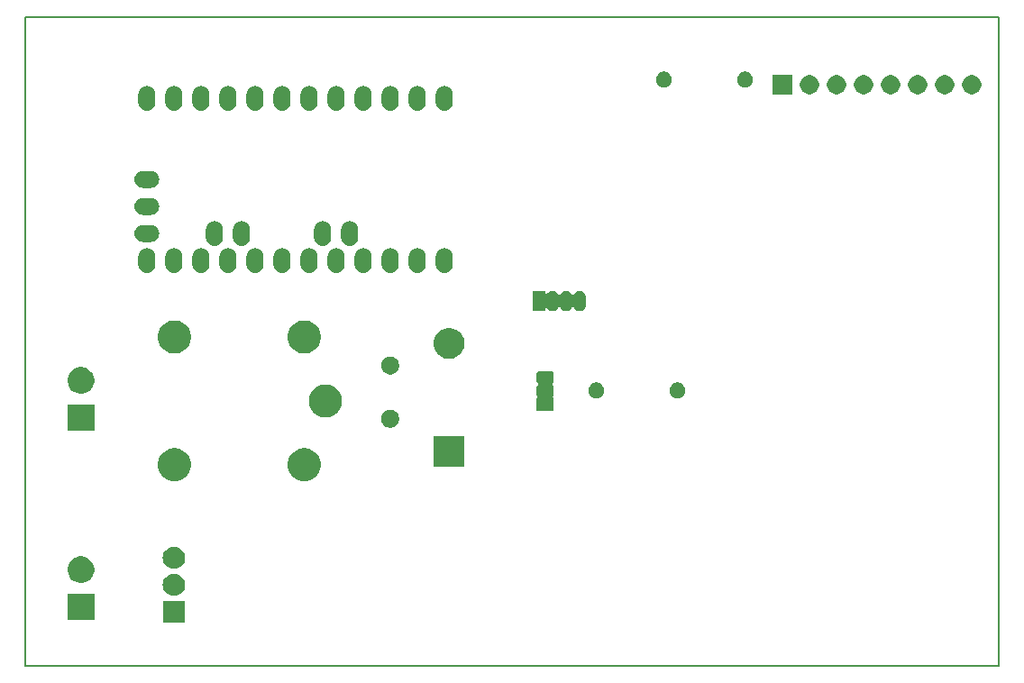
<source format=gbr>
G04 #@! TF.GenerationSoftware,KiCad,Pcbnew,(5.1.5)-3*
G04 #@! TF.CreationDate,2020-06-10T08:40:25+02:00*
G04 #@! TF.ProjectId,BOTLAND-2-KONTROLA-DOSTEPU,424f544c-414e-4442-9d32-2d4b4f4e5452,rev?*
G04 #@! TF.SameCoordinates,Original*
G04 #@! TF.FileFunction,Soldermask,Top*
G04 #@! TF.FilePolarity,Negative*
%FSLAX46Y46*%
G04 Gerber Fmt 4.6, Leading zero omitted, Abs format (unit mm)*
G04 Created by KiCad (PCBNEW (5.1.5)-3) date 2020-06-10 08:40:25*
%MOMM*%
%LPD*%
G04 APERTURE LIST*
%ADD10C,0.150000*%
%ADD11C,0.100000*%
G04 APERTURE END LIST*
D10*
X22860000Y-95250000D02*
X22860000Y-156210000D01*
X24130000Y-95250000D02*
X22860000Y-95250000D01*
X114300000Y-95250000D02*
X24130000Y-95250000D01*
X114300000Y-156210000D02*
X114300000Y-95250000D01*
X22860000Y-156210000D02*
X114300000Y-156210000D01*
D11*
G36*
X37881000Y-152133500D02*
G01*
X35779000Y-152133500D01*
X35779000Y-150126500D01*
X37881000Y-150126500D01*
X37881000Y-152133500D01*
G37*
G36*
X29353560Y-151908560D02*
G01*
X26851560Y-151908560D01*
X26851560Y-149406560D01*
X29353560Y-149406560D01*
X29353560Y-151908560D01*
G37*
G36*
X36975936Y-147591340D02*
G01*
X37074220Y-147601020D01*
X37263381Y-147658401D01*
X37437712Y-147751583D01*
X37590515Y-147876985D01*
X37715917Y-148029788D01*
X37809099Y-148204119D01*
X37866480Y-148393280D01*
X37885855Y-148590000D01*
X37866480Y-148786720D01*
X37809099Y-148975881D01*
X37715917Y-149150212D01*
X37590515Y-149303015D01*
X37437712Y-149428417D01*
X37263381Y-149521599D01*
X37074220Y-149578980D01*
X36975936Y-149588660D01*
X36926795Y-149593500D01*
X36733205Y-149593500D01*
X36684064Y-149588660D01*
X36585780Y-149578980D01*
X36396619Y-149521599D01*
X36222288Y-149428417D01*
X36069485Y-149303015D01*
X35944083Y-149150212D01*
X35850901Y-148975881D01*
X35793520Y-148786720D01*
X35774145Y-148590000D01*
X35793520Y-148393280D01*
X35850901Y-148204119D01*
X35944083Y-148029788D01*
X36069485Y-147876985D01*
X36222288Y-147751583D01*
X36396619Y-147658401D01*
X36585780Y-147601020D01*
X36684064Y-147591340D01*
X36733205Y-147586500D01*
X36926795Y-147586500D01*
X36975936Y-147591340D01*
G37*
G36*
X28467463Y-145954635D02*
G01*
X28695131Y-146048938D01*
X28900026Y-146185845D01*
X29074275Y-146360094D01*
X29211182Y-146564989D01*
X29305485Y-146792657D01*
X29353560Y-147034347D01*
X29353560Y-147280773D01*
X29305485Y-147522463D01*
X29211182Y-147750131D01*
X29074275Y-147955026D01*
X28900026Y-148129275D01*
X28695131Y-148266182D01*
X28695130Y-148266183D01*
X28695129Y-148266183D01*
X28467463Y-148360485D01*
X28225774Y-148408560D01*
X27979346Y-148408560D01*
X27737657Y-148360485D01*
X27509991Y-148266183D01*
X27509990Y-148266183D01*
X27509989Y-148266182D01*
X27305094Y-148129275D01*
X27130845Y-147955026D01*
X26993938Y-147750131D01*
X26899635Y-147522463D01*
X26851560Y-147280773D01*
X26851560Y-147034347D01*
X26899635Y-146792657D01*
X26993938Y-146564989D01*
X27130845Y-146360094D01*
X27305094Y-146185845D01*
X27509989Y-146048938D01*
X27737657Y-145954635D01*
X27979346Y-145906560D01*
X28225774Y-145906560D01*
X28467463Y-145954635D01*
G37*
G36*
X36975936Y-145051340D02*
G01*
X37074220Y-145061020D01*
X37263381Y-145118401D01*
X37437712Y-145211583D01*
X37590515Y-145336985D01*
X37715917Y-145489788D01*
X37809099Y-145664119D01*
X37866480Y-145853280D01*
X37885855Y-146050000D01*
X37866480Y-146246720D01*
X37809099Y-146435881D01*
X37715917Y-146610212D01*
X37590515Y-146763015D01*
X37437712Y-146888417D01*
X37263381Y-146981599D01*
X37074220Y-147038980D01*
X36975936Y-147048660D01*
X36926795Y-147053500D01*
X36733205Y-147053500D01*
X36684064Y-147048660D01*
X36585780Y-147038980D01*
X36396619Y-146981599D01*
X36222288Y-146888417D01*
X36069485Y-146763015D01*
X35944083Y-146610212D01*
X35850901Y-146435881D01*
X35793520Y-146246720D01*
X35774145Y-146050000D01*
X35793520Y-145853280D01*
X35850901Y-145664119D01*
X35944083Y-145489788D01*
X36069485Y-145336985D01*
X36222288Y-145211583D01*
X36396619Y-145118401D01*
X36585780Y-145061020D01*
X36684064Y-145051340D01*
X36733205Y-145046500D01*
X36926795Y-145046500D01*
X36975936Y-145051340D01*
G37*
G36*
X37161665Y-135786642D02*
G01*
X37311490Y-135816444D01*
X37593754Y-135933361D01*
X37847785Y-136103099D01*
X38063821Y-136319135D01*
X38233559Y-136573166D01*
X38350476Y-136855430D01*
X38410080Y-137155080D01*
X38410080Y-137460600D01*
X38350476Y-137760250D01*
X38233559Y-138042514D01*
X38063821Y-138296545D01*
X37847785Y-138512581D01*
X37593754Y-138682319D01*
X37311490Y-138799236D01*
X37161665Y-138829038D01*
X37011841Y-138858840D01*
X36706319Y-138858840D01*
X36556495Y-138829038D01*
X36406670Y-138799236D01*
X36124406Y-138682319D01*
X35870375Y-138512581D01*
X35654339Y-138296545D01*
X35484601Y-138042514D01*
X35367684Y-137760250D01*
X35308080Y-137460600D01*
X35308080Y-137155080D01*
X35367684Y-136855430D01*
X35484601Y-136573166D01*
X35654339Y-136319135D01*
X35870375Y-136103099D01*
X36124406Y-135933361D01*
X36406670Y-135816444D01*
X36556495Y-135786642D01*
X36706319Y-135756840D01*
X37011841Y-135756840D01*
X37161665Y-135786642D01*
G37*
G36*
X49361665Y-135786642D02*
G01*
X49511490Y-135816444D01*
X49793754Y-135933361D01*
X50047785Y-136103099D01*
X50263821Y-136319135D01*
X50433559Y-136573166D01*
X50550476Y-136855430D01*
X50610080Y-137155080D01*
X50610080Y-137460600D01*
X50550476Y-137760250D01*
X50433559Y-138042514D01*
X50263821Y-138296545D01*
X50047785Y-138512581D01*
X49793754Y-138682319D01*
X49511490Y-138799236D01*
X49361665Y-138829038D01*
X49211841Y-138858840D01*
X48906319Y-138858840D01*
X48756495Y-138829038D01*
X48606670Y-138799236D01*
X48324406Y-138682319D01*
X48070375Y-138512581D01*
X47854339Y-138296545D01*
X47684601Y-138042514D01*
X47567684Y-137760250D01*
X47508080Y-137460600D01*
X47508080Y-137155080D01*
X47567684Y-136855430D01*
X47684601Y-136573166D01*
X47854339Y-136319135D01*
X48070375Y-136103099D01*
X48324406Y-135933361D01*
X48606670Y-135816444D01*
X48756495Y-135786642D01*
X48906319Y-135756840D01*
X49211841Y-135756840D01*
X49361665Y-135786642D01*
G37*
G36*
X64128040Y-137518800D02*
G01*
X61226040Y-137518800D01*
X61226040Y-134616800D01*
X64128040Y-134616800D01*
X64128040Y-137518800D01*
G37*
G36*
X29353560Y-134128560D02*
G01*
X26851560Y-134128560D01*
X26851560Y-131626560D01*
X29353560Y-131626560D01*
X29353560Y-134128560D01*
G37*
G36*
X57388068Y-132155783D02*
G01*
X57542940Y-132219933D01*
X57682321Y-132313065D01*
X57800855Y-132431599D01*
X57893987Y-132570980D01*
X57958137Y-132725852D01*
X57990840Y-132890264D01*
X57990840Y-133057896D01*
X57958137Y-133222308D01*
X57893987Y-133377180D01*
X57800855Y-133516561D01*
X57682321Y-133635095D01*
X57542940Y-133728227D01*
X57388068Y-133792377D01*
X57223656Y-133825080D01*
X57056024Y-133825080D01*
X56891612Y-133792377D01*
X56736740Y-133728227D01*
X56597359Y-133635095D01*
X56478825Y-133516561D01*
X56385693Y-133377180D01*
X56321543Y-133222308D01*
X56288840Y-133057896D01*
X56288840Y-132890264D01*
X56321543Y-132725852D01*
X56385693Y-132570980D01*
X56478825Y-132431599D01*
X56597359Y-132313065D01*
X56736740Y-132219933D01*
X56891612Y-132155783D01*
X57056024Y-132123080D01*
X57223656Y-132123080D01*
X57388068Y-132155783D01*
G37*
G36*
X51337343Y-129781804D02*
G01*
X51511490Y-129816444D01*
X51793754Y-129933361D01*
X52047785Y-130103099D01*
X52263821Y-130319135D01*
X52433559Y-130573166D01*
X52550476Y-130855430D01*
X52610080Y-131155080D01*
X52610080Y-131460600D01*
X52550476Y-131760250D01*
X52433559Y-132042514D01*
X52263821Y-132296545D01*
X52047785Y-132512581D01*
X51793754Y-132682319D01*
X51511490Y-132799236D01*
X51361665Y-132829038D01*
X51211841Y-132858840D01*
X50906319Y-132858840D01*
X50756495Y-132829038D01*
X50606670Y-132799236D01*
X50324406Y-132682319D01*
X50070375Y-132512581D01*
X49854339Y-132296545D01*
X49684601Y-132042514D01*
X49567684Y-131760250D01*
X49508080Y-131460600D01*
X49508080Y-131155080D01*
X49567684Y-130855430D01*
X49684601Y-130573166D01*
X49854339Y-130319135D01*
X50070375Y-130103099D01*
X50324406Y-129933361D01*
X50606670Y-129816444D01*
X50780817Y-129781804D01*
X50906319Y-129756840D01*
X51211841Y-129756840D01*
X51337343Y-129781804D01*
G37*
G36*
X72328653Y-128516806D02*
G01*
X72370846Y-128529605D01*
X72409724Y-128550386D01*
X72443805Y-128578355D01*
X72471774Y-128612436D01*
X72492555Y-128651314D01*
X72505354Y-128693507D01*
X72510280Y-128743521D01*
X72510280Y-129432239D01*
X72505354Y-129482253D01*
X72492555Y-129524446D01*
X72471774Y-129563324D01*
X72443805Y-129597405D01*
X72408651Y-129626255D01*
X72391324Y-129643582D01*
X72377711Y-129663956D01*
X72368333Y-129686595D01*
X72363553Y-129710628D01*
X72363553Y-129735133D01*
X72368334Y-129759166D01*
X72377711Y-129781805D01*
X72391325Y-129802179D01*
X72408651Y-129819505D01*
X72443805Y-129848355D01*
X72471774Y-129882436D01*
X72492555Y-129921314D01*
X72505354Y-129963507D01*
X72510280Y-130013521D01*
X72510280Y-130702239D01*
X72505354Y-130752253D01*
X72492555Y-130794446D01*
X72471774Y-130833324D01*
X72460073Y-130847582D01*
X72446459Y-130867956D01*
X72437082Y-130890595D01*
X72432301Y-130914628D01*
X72432301Y-130939132D01*
X72437081Y-130963166D01*
X72446458Y-130985805D01*
X72460072Y-131006179D01*
X72477399Y-131023506D01*
X72497773Y-131037120D01*
X72510280Y-131042300D01*
X72510280Y-132203880D01*
X70908280Y-132203880D01*
X70908280Y-131042795D01*
X70909697Y-131042365D01*
X70931308Y-131030814D01*
X70950250Y-131015269D01*
X70965795Y-130996327D01*
X70977346Y-130974716D01*
X70984459Y-130951267D01*
X70986861Y-130926881D01*
X70984459Y-130902495D01*
X70977346Y-130879046D01*
X70965795Y-130857435D01*
X70958487Y-130847582D01*
X70946786Y-130833324D01*
X70926005Y-130794446D01*
X70913206Y-130752253D01*
X70908280Y-130702239D01*
X70908280Y-130013521D01*
X70913206Y-129963507D01*
X70926005Y-129921314D01*
X70946786Y-129882436D01*
X70974755Y-129848355D01*
X71009909Y-129819505D01*
X71027236Y-129802178D01*
X71040849Y-129781804D01*
X71050227Y-129759165D01*
X71055007Y-129735132D01*
X71055007Y-129710627D01*
X71050226Y-129686594D01*
X71040849Y-129663955D01*
X71027235Y-129643581D01*
X71009909Y-129626255D01*
X70974755Y-129597405D01*
X70946786Y-129563324D01*
X70926005Y-129524446D01*
X70913206Y-129482253D01*
X70908280Y-129432239D01*
X70908280Y-128743521D01*
X70913206Y-128693507D01*
X70926005Y-128651314D01*
X70946786Y-128612436D01*
X70974755Y-128578355D01*
X71008836Y-128550386D01*
X71047714Y-128529605D01*
X71089907Y-128516806D01*
X71139921Y-128511880D01*
X72278639Y-128511880D01*
X72328653Y-128516806D01*
G37*
G36*
X84333699Y-129600180D02*
G01*
X84438481Y-129643582D01*
X84470372Y-129656792D01*
X84593375Y-129738980D01*
X84697980Y-129843585D01*
X84780168Y-129966588D01*
X84836780Y-130103261D01*
X84865640Y-130248353D01*
X84865640Y-130396287D01*
X84836780Y-130541379D01*
X84780168Y-130678052D01*
X84697980Y-130801055D01*
X84593375Y-130905660D01*
X84470372Y-130987848D01*
X84470371Y-130987849D01*
X84470370Y-130987849D01*
X84333699Y-131044460D01*
X84188608Y-131073320D01*
X84040672Y-131073320D01*
X83895581Y-131044460D01*
X83758910Y-130987849D01*
X83758909Y-130987849D01*
X83758908Y-130987848D01*
X83635905Y-130905660D01*
X83531300Y-130801055D01*
X83449112Y-130678052D01*
X83392500Y-130541379D01*
X83363640Y-130396287D01*
X83363640Y-130248353D01*
X83392500Y-130103261D01*
X83449112Y-129966588D01*
X83531300Y-129843585D01*
X83635905Y-129738980D01*
X83758908Y-129656792D01*
X83790800Y-129643582D01*
X83895581Y-129600180D01*
X84040672Y-129571320D01*
X84188608Y-129571320D01*
X84333699Y-129600180D01*
G37*
G36*
X76713699Y-129600180D02*
G01*
X76818481Y-129643582D01*
X76850372Y-129656792D01*
X76973375Y-129738980D01*
X77077980Y-129843585D01*
X77160168Y-129966588D01*
X77216780Y-130103261D01*
X77245640Y-130248353D01*
X77245640Y-130396287D01*
X77216780Y-130541379D01*
X77160168Y-130678052D01*
X77077980Y-130801055D01*
X76973375Y-130905660D01*
X76850372Y-130987848D01*
X76850371Y-130987849D01*
X76850370Y-130987849D01*
X76713699Y-131044460D01*
X76568608Y-131073320D01*
X76420672Y-131073320D01*
X76275581Y-131044460D01*
X76138910Y-130987849D01*
X76138909Y-130987849D01*
X76138908Y-130987848D01*
X76015905Y-130905660D01*
X75911300Y-130801055D01*
X75829112Y-130678052D01*
X75772500Y-130541379D01*
X75743640Y-130396287D01*
X75743640Y-130248353D01*
X75772500Y-130103261D01*
X75829112Y-129966588D01*
X75911300Y-129843585D01*
X76015905Y-129738980D01*
X76138908Y-129656792D01*
X76170800Y-129643582D01*
X76275581Y-129600180D01*
X76420672Y-129571320D01*
X76568608Y-129571320D01*
X76713699Y-129600180D01*
G37*
G36*
X28467463Y-128174635D02*
G01*
X28582559Y-128222309D01*
X28695131Y-128268938D01*
X28900026Y-128405845D01*
X29074275Y-128580094D01*
X29173255Y-128728228D01*
X29211183Y-128784991D01*
X29305485Y-129012657D01*
X29353560Y-129254346D01*
X29353560Y-129500774D01*
X29305485Y-129742463D01*
X29236141Y-129909876D01*
X29211182Y-129970131D01*
X29074275Y-130175026D01*
X28900026Y-130349275D01*
X28695131Y-130486182D01*
X28695130Y-130486183D01*
X28695129Y-130486183D01*
X28467463Y-130580485D01*
X28225774Y-130628560D01*
X27979346Y-130628560D01*
X27737657Y-130580485D01*
X27509991Y-130486183D01*
X27509990Y-130486183D01*
X27509989Y-130486182D01*
X27305094Y-130349275D01*
X27130845Y-130175026D01*
X26993938Y-129970131D01*
X26968980Y-129909876D01*
X26899635Y-129742463D01*
X26851560Y-129500774D01*
X26851560Y-129254346D01*
X26899635Y-129012657D01*
X26993937Y-128784991D01*
X27031865Y-128728228D01*
X27130845Y-128580094D01*
X27305094Y-128405845D01*
X27509989Y-128268938D01*
X27622562Y-128222309D01*
X27737657Y-128174635D01*
X27979346Y-128126560D01*
X28225774Y-128126560D01*
X28467463Y-128174635D01*
G37*
G36*
X57388068Y-127155783D02*
G01*
X57542940Y-127219933D01*
X57682321Y-127313065D01*
X57800855Y-127431599D01*
X57893987Y-127570980D01*
X57958137Y-127725852D01*
X57990840Y-127890264D01*
X57990840Y-128057896D01*
X57958137Y-128222308D01*
X57893987Y-128377180D01*
X57800855Y-128516561D01*
X57682321Y-128635095D01*
X57542940Y-128728227D01*
X57388068Y-128792377D01*
X57223656Y-128825080D01*
X57056024Y-128825080D01*
X56891612Y-128792377D01*
X56736740Y-128728227D01*
X56597359Y-128635095D01*
X56478825Y-128516561D01*
X56385693Y-128377180D01*
X56321543Y-128222308D01*
X56288840Y-128057896D01*
X56288840Y-127890264D01*
X56321543Y-127725852D01*
X56385693Y-127570980D01*
X56478825Y-127431599D01*
X56597359Y-127313065D01*
X56736740Y-127219933D01*
X56891612Y-127155783D01*
X57056024Y-127123080D01*
X57223656Y-127123080D01*
X57388068Y-127155783D01*
G37*
G36*
X63100281Y-124512560D02*
G01*
X63364345Y-124621939D01*
X63601998Y-124780734D01*
X63804106Y-124982842D01*
X63962901Y-125220495D01*
X64072280Y-125484559D01*
X64128040Y-125764888D01*
X64128040Y-126050712D01*
X64072280Y-126331041D01*
X63962901Y-126595105D01*
X63804106Y-126832758D01*
X63601998Y-127034866D01*
X63364345Y-127193661D01*
X63100281Y-127303040D01*
X62819952Y-127358800D01*
X62534128Y-127358800D01*
X62253799Y-127303040D01*
X61989735Y-127193661D01*
X61752082Y-127034866D01*
X61549974Y-126832758D01*
X61391179Y-126595105D01*
X61281800Y-126331041D01*
X61226040Y-126050712D01*
X61226040Y-125764888D01*
X61281800Y-125484559D01*
X61391179Y-125220495D01*
X61549974Y-124982842D01*
X61752082Y-124780734D01*
X61989735Y-124621939D01*
X62253799Y-124512560D01*
X62534128Y-124456800D01*
X62819952Y-124456800D01*
X63100281Y-124512560D01*
G37*
G36*
X49361665Y-123786642D02*
G01*
X49511490Y-123816444D01*
X49793754Y-123933361D01*
X50047785Y-124103099D01*
X50263821Y-124319135D01*
X50433559Y-124573166D01*
X50550476Y-124855430D01*
X50610080Y-125155080D01*
X50610080Y-125460600D01*
X50550476Y-125760250D01*
X50433559Y-126042514D01*
X50263821Y-126296545D01*
X50047785Y-126512581D01*
X49793754Y-126682319D01*
X49511490Y-126799236D01*
X49361665Y-126829038D01*
X49211841Y-126858840D01*
X48906319Y-126858840D01*
X48756495Y-126829038D01*
X48606670Y-126799236D01*
X48324406Y-126682319D01*
X48070375Y-126512581D01*
X47854339Y-126296545D01*
X47684601Y-126042514D01*
X47567684Y-125760250D01*
X47508080Y-125460600D01*
X47508080Y-125155080D01*
X47567684Y-124855430D01*
X47684601Y-124573166D01*
X47854339Y-124319135D01*
X48070375Y-124103099D01*
X48324406Y-123933361D01*
X48606670Y-123816444D01*
X48756495Y-123786642D01*
X48906319Y-123756840D01*
X49211841Y-123756840D01*
X49361665Y-123786642D01*
G37*
G36*
X37161665Y-123786642D02*
G01*
X37311490Y-123816444D01*
X37593754Y-123933361D01*
X37847785Y-124103099D01*
X38063821Y-124319135D01*
X38233559Y-124573166D01*
X38350476Y-124855430D01*
X38410080Y-125155080D01*
X38410080Y-125460600D01*
X38350476Y-125760250D01*
X38233559Y-126042514D01*
X38063821Y-126296545D01*
X37847785Y-126512581D01*
X37593754Y-126682319D01*
X37311490Y-126799236D01*
X37161665Y-126829038D01*
X37011841Y-126858840D01*
X36706319Y-126858840D01*
X36556495Y-126829038D01*
X36406670Y-126799236D01*
X36124406Y-126682319D01*
X35870375Y-126512581D01*
X35654339Y-126296545D01*
X35484601Y-126042514D01*
X35367684Y-125760250D01*
X35308080Y-125460600D01*
X35308080Y-125155080D01*
X35367684Y-124855430D01*
X35484601Y-124573166D01*
X35654339Y-124319135D01*
X35870375Y-124103099D01*
X36124406Y-123933361D01*
X36406670Y-123816444D01*
X36556495Y-123786642D01*
X36706319Y-123756840D01*
X37011841Y-123756840D01*
X37161665Y-123786642D01*
G37*
G36*
X75044875Y-120977479D02*
G01*
X75118516Y-120999818D01*
X75155337Y-121010987D01*
X75257139Y-121065402D01*
X75314227Y-121112253D01*
X75346369Y-121138631D01*
X75419598Y-121227861D01*
X75419599Y-121227863D01*
X75474013Y-121329662D01*
X75474524Y-121331347D01*
X75507521Y-121440124D01*
X75516000Y-121526215D01*
X75516000Y-122313785D01*
X75507521Y-122399876D01*
X75485182Y-122473517D01*
X75474013Y-122510338D01*
X75419598Y-122612140D01*
X75346370Y-122701370D01*
X75257140Y-122774598D01*
X75155338Y-122829013D01*
X75118517Y-122840182D01*
X75044876Y-122862521D01*
X74930000Y-122873835D01*
X74815125Y-122862521D01*
X74741484Y-122840182D01*
X74704663Y-122829013D01*
X74602861Y-122774598D01*
X74513631Y-122701370D01*
X74440403Y-122612140D01*
X74405239Y-122546354D01*
X74391625Y-122525979D01*
X74374298Y-122508653D01*
X74353923Y-122495039D01*
X74331284Y-122485662D01*
X74307251Y-122480882D01*
X74282747Y-122480882D01*
X74258713Y-122485663D01*
X74236075Y-122495040D01*
X74215700Y-122508654D01*
X74198374Y-122525981D01*
X74184761Y-122546355D01*
X74149599Y-122612138D01*
X74076370Y-122701370D01*
X73987140Y-122774598D01*
X73885338Y-122829013D01*
X73848517Y-122840182D01*
X73774876Y-122862521D01*
X73660000Y-122873835D01*
X73545125Y-122862521D01*
X73471484Y-122840182D01*
X73434663Y-122829013D01*
X73332861Y-122774598D01*
X73243631Y-122701370D01*
X73170403Y-122612140D01*
X73135239Y-122546354D01*
X73121625Y-122525979D01*
X73104298Y-122508653D01*
X73083923Y-122495039D01*
X73061284Y-122485662D01*
X73037251Y-122480882D01*
X73012747Y-122480882D01*
X72988713Y-122485663D01*
X72966075Y-122495040D01*
X72945700Y-122508654D01*
X72928374Y-122525981D01*
X72914761Y-122546355D01*
X72879599Y-122612138D01*
X72806370Y-122701370D01*
X72717140Y-122774598D01*
X72615338Y-122829013D01*
X72578517Y-122840182D01*
X72504876Y-122862521D01*
X72390000Y-122873835D01*
X72275125Y-122862521D01*
X72201484Y-122840182D01*
X72164663Y-122829013D01*
X72062861Y-122774598D01*
X71973631Y-122701370D01*
X71927625Y-122645310D01*
X71910298Y-122627983D01*
X71889924Y-122614369D01*
X71867285Y-122604992D01*
X71843252Y-122600211D01*
X71818748Y-122600211D01*
X71794714Y-122604991D01*
X71772076Y-122614368D01*
X71751701Y-122627982D01*
X71734374Y-122645309D01*
X71720760Y-122665683D01*
X71711383Y-122688322D01*
X71706602Y-122712355D01*
X71706000Y-122724608D01*
X71706000Y-122871000D01*
X70534000Y-122871000D01*
X70534000Y-120969000D01*
X71706000Y-120969000D01*
X71706000Y-121115392D01*
X71708402Y-121139778D01*
X71715515Y-121163227D01*
X71727066Y-121184838D01*
X71742611Y-121203780D01*
X71761553Y-121219325D01*
X71783164Y-121230876D01*
X71806613Y-121237989D01*
X71830999Y-121240391D01*
X71855385Y-121237989D01*
X71878834Y-121230876D01*
X71900445Y-121219325D01*
X71919387Y-121203780D01*
X71927625Y-121194690D01*
X71973629Y-121138634D01*
X71973631Y-121138631D01*
X72062861Y-121065402D01*
X72074507Y-121059177D01*
X72164662Y-121010987D01*
X72201483Y-120999818D01*
X72275124Y-120977479D01*
X72390000Y-120966165D01*
X72504875Y-120977479D01*
X72578516Y-120999818D01*
X72615337Y-121010987D01*
X72717139Y-121065402D01*
X72774227Y-121112253D01*
X72806369Y-121138631D01*
X72879598Y-121227861D01*
X72879601Y-121227865D01*
X72914761Y-121293645D01*
X72928374Y-121314020D01*
X72945701Y-121331347D01*
X72966076Y-121344960D01*
X72988715Y-121354338D01*
X73012748Y-121359118D01*
X73037252Y-121359118D01*
X73061285Y-121354338D01*
X73083924Y-121344960D01*
X73104299Y-121331347D01*
X73121626Y-121314020D01*
X73135239Y-121293646D01*
X73170402Y-121227861D01*
X73243629Y-121138634D01*
X73243631Y-121138631D01*
X73332861Y-121065402D01*
X73344507Y-121059177D01*
X73434662Y-121010987D01*
X73471483Y-120999818D01*
X73545124Y-120977479D01*
X73660000Y-120966165D01*
X73774875Y-120977479D01*
X73848516Y-120999818D01*
X73885337Y-121010987D01*
X73987139Y-121065402D01*
X74044227Y-121112253D01*
X74076369Y-121138631D01*
X74149598Y-121227861D01*
X74149601Y-121227865D01*
X74184761Y-121293645D01*
X74198374Y-121314020D01*
X74215701Y-121331347D01*
X74236076Y-121344960D01*
X74258715Y-121354338D01*
X74282748Y-121359118D01*
X74307252Y-121359118D01*
X74331285Y-121354338D01*
X74353924Y-121344960D01*
X74374299Y-121331347D01*
X74391626Y-121314020D01*
X74405239Y-121293646D01*
X74440402Y-121227861D01*
X74513629Y-121138634D01*
X74513631Y-121138631D01*
X74602861Y-121065402D01*
X74614507Y-121059177D01*
X74704662Y-121010987D01*
X74741483Y-120999818D01*
X74815124Y-120977479D01*
X74930000Y-120966165D01*
X75044875Y-120977479D01*
G37*
G36*
X34447135Y-116970778D02*
G01*
X34598232Y-117016613D01*
X34737483Y-117091044D01*
X34859538Y-117191212D01*
X34959706Y-117313267D01*
X35034137Y-117452518D01*
X35079972Y-117603615D01*
X35091570Y-117721375D01*
X35091570Y-118498625D01*
X35079972Y-118616385D01*
X35034137Y-118767482D01*
X34959706Y-118906733D01*
X34859538Y-119028788D01*
X34737482Y-119128956D01*
X34598231Y-119203387D01*
X34447134Y-119249222D01*
X34290000Y-119264698D01*
X34132865Y-119249222D01*
X33981768Y-119203387D01*
X33842517Y-119128956D01*
X33720462Y-119028788D01*
X33620294Y-118906732D01*
X33545863Y-118767481D01*
X33500028Y-118616384D01*
X33488430Y-118498624D01*
X33488430Y-117721375D01*
X33500028Y-117603615D01*
X33500028Y-117603614D01*
X33545863Y-117452519D01*
X33620293Y-117313271D01*
X33620295Y-117313267D01*
X33720463Y-117191212D01*
X33842518Y-117091044D01*
X33981769Y-117016613D01*
X34132866Y-116970778D01*
X34290000Y-116955302D01*
X34447135Y-116970778D01*
G37*
G36*
X36987135Y-116970778D02*
G01*
X37138232Y-117016613D01*
X37277483Y-117091044D01*
X37399538Y-117191212D01*
X37499706Y-117313267D01*
X37574137Y-117452518D01*
X37619972Y-117603615D01*
X37631570Y-117721375D01*
X37631570Y-118498625D01*
X37619972Y-118616385D01*
X37574137Y-118767482D01*
X37499706Y-118906733D01*
X37399538Y-119028788D01*
X37277482Y-119128956D01*
X37138231Y-119203387D01*
X36987134Y-119249222D01*
X36830000Y-119264698D01*
X36672865Y-119249222D01*
X36521768Y-119203387D01*
X36382517Y-119128956D01*
X36260462Y-119028788D01*
X36160294Y-118906732D01*
X36085863Y-118767481D01*
X36040028Y-118616384D01*
X36028430Y-118498624D01*
X36028430Y-117721375D01*
X36040028Y-117603615D01*
X36040028Y-117603614D01*
X36085863Y-117452519D01*
X36160293Y-117313271D01*
X36160295Y-117313267D01*
X36260463Y-117191212D01*
X36382518Y-117091044D01*
X36521769Y-117016613D01*
X36672866Y-116970778D01*
X36830000Y-116955302D01*
X36987135Y-116970778D01*
G37*
G36*
X39527135Y-116970778D02*
G01*
X39678232Y-117016613D01*
X39817483Y-117091044D01*
X39939538Y-117191212D01*
X40039706Y-117313267D01*
X40114137Y-117452518D01*
X40159972Y-117603615D01*
X40171570Y-117721375D01*
X40171570Y-118498625D01*
X40159972Y-118616385D01*
X40114137Y-118767482D01*
X40039706Y-118906733D01*
X39939538Y-119028788D01*
X39817482Y-119128956D01*
X39678231Y-119203387D01*
X39527134Y-119249222D01*
X39370000Y-119264698D01*
X39212865Y-119249222D01*
X39061768Y-119203387D01*
X38922517Y-119128956D01*
X38800462Y-119028788D01*
X38700294Y-118906732D01*
X38625863Y-118767481D01*
X38580028Y-118616384D01*
X38568430Y-118498624D01*
X38568430Y-117721375D01*
X38580028Y-117603615D01*
X38580028Y-117603614D01*
X38625863Y-117452519D01*
X38700293Y-117313271D01*
X38700295Y-117313267D01*
X38800463Y-117191212D01*
X38922518Y-117091044D01*
X39061769Y-117016613D01*
X39212866Y-116970778D01*
X39370000Y-116955302D01*
X39527135Y-116970778D01*
G37*
G36*
X42067135Y-116970778D02*
G01*
X42218232Y-117016613D01*
X42357483Y-117091044D01*
X42479538Y-117191212D01*
X42579706Y-117313267D01*
X42654137Y-117452518D01*
X42699972Y-117603615D01*
X42711570Y-117721375D01*
X42711570Y-118498625D01*
X42699972Y-118616385D01*
X42654137Y-118767482D01*
X42579706Y-118906733D01*
X42479538Y-119028788D01*
X42357482Y-119128956D01*
X42218231Y-119203387D01*
X42067134Y-119249222D01*
X41910000Y-119264698D01*
X41752865Y-119249222D01*
X41601768Y-119203387D01*
X41462517Y-119128956D01*
X41340462Y-119028788D01*
X41240294Y-118906732D01*
X41165863Y-118767481D01*
X41120028Y-118616384D01*
X41108430Y-118498624D01*
X41108430Y-117721375D01*
X41120028Y-117603615D01*
X41120028Y-117603614D01*
X41165863Y-117452519D01*
X41240293Y-117313271D01*
X41240295Y-117313267D01*
X41340463Y-117191212D01*
X41462518Y-117091044D01*
X41601769Y-117016613D01*
X41752866Y-116970778D01*
X41910000Y-116955302D01*
X42067135Y-116970778D01*
G37*
G36*
X44607135Y-116970778D02*
G01*
X44758232Y-117016613D01*
X44897483Y-117091044D01*
X45019538Y-117191212D01*
X45119706Y-117313267D01*
X45194137Y-117452518D01*
X45239972Y-117603615D01*
X45251570Y-117721375D01*
X45251570Y-118498625D01*
X45239972Y-118616385D01*
X45194137Y-118767482D01*
X45119706Y-118906733D01*
X45019538Y-119028788D01*
X44897482Y-119128956D01*
X44758231Y-119203387D01*
X44607134Y-119249222D01*
X44450000Y-119264698D01*
X44292865Y-119249222D01*
X44141768Y-119203387D01*
X44002517Y-119128956D01*
X43880462Y-119028788D01*
X43780294Y-118906732D01*
X43705863Y-118767481D01*
X43660028Y-118616384D01*
X43648430Y-118498624D01*
X43648430Y-117721375D01*
X43660028Y-117603615D01*
X43660028Y-117603614D01*
X43705863Y-117452519D01*
X43780293Y-117313271D01*
X43780295Y-117313267D01*
X43880463Y-117191212D01*
X44002518Y-117091044D01*
X44141769Y-117016613D01*
X44292866Y-116970778D01*
X44450000Y-116955302D01*
X44607135Y-116970778D01*
G37*
G36*
X47147135Y-116970778D02*
G01*
X47298232Y-117016613D01*
X47437483Y-117091044D01*
X47559538Y-117191212D01*
X47659706Y-117313267D01*
X47734137Y-117452518D01*
X47779972Y-117603615D01*
X47791570Y-117721375D01*
X47791570Y-118498625D01*
X47779972Y-118616385D01*
X47734137Y-118767482D01*
X47659706Y-118906733D01*
X47559538Y-119028788D01*
X47437482Y-119128956D01*
X47298231Y-119203387D01*
X47147134Y-119249222D01*
X46990000Y-119264698D01*
X46832865Y-119249222D01*
X46681768Y-119203387D01*
X46542517Y-119128956D01*
X46420462Y-119028788D01*
X46320294Y-118906732D01*
X46245863Y-118767481D01*
X46200028Y-118616384D01*
X46188430Y-118498624D01*
X46188430Y-117721375D01*
X46200028Y-117603615D01*
X46200028Y-117603614D01*
X46245863Y-117452519D01*
X46320293Y-117313271D01*
X46320295Y-117313267D01*
X46420463Y-117191212D01*
X46542518Y-117091044D01*
X46681769Y-117016613D01*
X46832866Y-116970778D01*
X46990000Y-116955302D01*
X47147135Y-116970778D01*
G37*
G36*
X52227135Y-116970778D02*
G01*
X52378232Y-117016613D01*
X52517483Y-117091044D01*
X52639538Y-117191212D01*
X52739706Y-117313267D01*
X52814137Y-117452518D01*
X52859972Y-117603615D01*
X52871570Y-117721375D01*
X52871570Y-118498625D01*
X52859972Y-118616385D01*
X52814137Y-118767482D01*
X52739706Y-118906733D01*
X52639538Y-119028788D01*
X52517482Y-119128956D01*
X52378231Y-119203387D01*
X52227134Y-119249222D01*
X52070000Y-119264698D01*
X51912865Y-119249222D01*
X51761768Y-119203387D01*
X51622517Y-119128956D01*
X51500462Y-119028788D01*
X51400294Y-118906732D01*
X51325863Y-118767481D01*
X51280028Y-118616384D01*
X51268430Y-118498624D01*
X51268430Y-117721375D01*
X51280028Y-117603615D01*
X51280028Y-117603614D01*
X51325863Y-117452519D01*
X51400293Y-117313271D01*
X51400295Y-117313267D01*
X51500463Y-117191212D01*
X51622518Y-117091044D01*
X51761769Y-117016613D01*
X51912866Y-116970778D01*
X52070000Y-116955302D01*
X52227135Y-116970778D01*
G37*
G36*
X57307135Y-116970778D02*
G01*
X57458232Y-117016613D01*
X57597483Y-117091044D01*
X57719538Y-117191212D01*
X57819706Y-117313267D01*
X57894137Y-117452518D01*
X57939972Y-117603615D01*
X57951570Y-117721375D01*
X57951570Y-118498625D01*
X57939972Y-118616385D01*
X57894137Y-118767482D01*
X57819706Y-118906733D01*
X57719538Y-119028788D01*
X57597482Y-119128956D01*
X57458231Y-119203387D01*
X57307134Y-119249222D01*
X57150000Y-119264698D01*
X56992865Y-119249222D01*
X56841768Y-119203387D01*
X56702517Y-119128956D01*
X56580462Y-119028788D01*
X56480294Y-118906732D01*
X56405863Y-118767481D01*
X56360028Y-118616384D01*
X56348430Y-118498624D01*
X56348430Y-117721375D01*
X56360028Y-117603615D01*
X56360028Y-117603614D01*
X56405863Y-117452519D01*
X56480293Y-117313271D01*
X56480295Y-117313267D01*
X56580463Y-117191212D01*
X56702518Y-117091044D01*
X56841769Y-117016613D01*
X56992866Y-116970778D01*
X57150000Y-116955302D01*
X57307135Y-116970778D01*
G37*
G36*
X59847135Y-116970778D02*
G01*
X59998232Y-117016613D01*
X60137483Y-117091044D01*
X60259538Y-117191212D01*
X60359706Y-117313267D01*
X60434137Y-117452518D01*
X60479972Y-117603615D01*
X60491570Y-117721375D01*
X60491570Y-118498625D01*
X60479972Y-118616385D01*
X60434137Y-118767482D01*
X60359706Y-118906733D01*
X60259538Y-119028788D01*
X60137482Y-119128956D01*
X59998231Y-119203387D01*
X59847134Y-119249222D01*
X59690000Y-119264698D01*
X59532865Y-119249222D01*
X59381768Y-119203387D01*
X59242517Y-119128956D01*
X59120462Y-119028788D01*
X59020294Y-118906732D01*
X58945863Y-118767481D01*
X58900028Y-118616384D01*
X58888430Y-118498624D01*
X58888430Y-117721375D01*
X58900028Y-117603615D01*
X58900028Y-117603614D01*
X58945863Y-117452519D01*
X59020293Y-117313271D01*
X59020295Y-117313267D01*
X59120463Y-117191212D01*
X59242518Y-117091044D01*
X59381769Y-117016613D01*
X59532866Y-116970778D01*
X59690000Y-116955302D01*
X59847135Y-116970778D01*
G37*
G36*
X62387135Y-116970778D02*
G01*
X62538232Y-117016613D01*
X62677483Y-117091044D01*
X62799538Y-117191212D01*
X62899706Y-117313267D01*
X62974137Y-117452518D01*
X63019972Y-117603615D01*
X63031570Y-117721375D01*
X63031570Y-118498625D01*
X63019972Y-118616385D01*
X62974137Y-118767482D01*
X62899706Y-118906733D01*
X62799538Y-119028788D01*
X62677482Y-119128956D01*
X62538231Y-119203387D01*
X62387134Y-119249222D01*
X62230000Y-119264698D01*
X62072865Y-119249222D01*
X61921768Y-119203387D01*
X61782517Y-119128956D01*
X61660462Y-119028788D01*
X61560294Y-118906732D01*
X61485863Y-118767481D01*
X61440028Y-118616384D01*
X61428430Y-118498624D01*
X61428430Y-117721375D01*
X61440028Y-117603615D01*
X61440028Y-117603614D01*
X61485863Y-117452519D01*
X61560293Y-117313271D01*
X61560295Y-117313267D01*
X61660463Y-117191212D01*
X61782518Y-117091044D01*
X61921769Y-117016613D01*
X62072866Y-116970778D01*
X62230000Y-116955302D01*
X62387135Y-116970778D01*
G37*
G36*
X54767135Y-116970778D02*
G01*
X54918232Y-117016613D01*
X55057483Y-117091044D01*
X55179538Y-117191212D01*
X55279706Y-117313267D01*
X55354137Y-117452518D01*
X55399972Y-117603615D01*
X55411570Y-117721375D01*
X55411570Y-118498625D01*
X55399972Y-118616385D01*
X55354137Y-118767482D01*
X55279706Y-118906733D01*
X55179538Y-119028788D01*
X55057482Y-119128956D01*
X54918231Y-119203387D01*
X54767134Y-119249222D01*
X54610000Y-119264698D01*
X54452865Y-119249222D01*
X54301768Y-119203387D01*
X54162517Y-119128956D01*
X54040462Y-119028788D01*
X53940294Y-118906732D01*
X53865863Y-118767481D01*
X53820028Y-118616384D01*
X53808430Y-118498624D01*
X53808430Y-117721375D01*
X53820028Y-117603615D01*
X53820028Y-117603614D01*
X53865863Y-117452519D01*
X53940293Y-117313271D01*
X53940295Y-117313267D01*
X54040463Y-117191212D01*
X54162518Y-117091044D01*
X54301769Y-117016613D01*
X54452866Y-116970778D01*
X54610000Y-116955302D01*
X54767135Y-116970778D01*
G37*
G36*
X49687135Y-116970778D02*
G01*
X49838232Y-117016613D01*
X49977483Y-117091044D01*
X50099538Y-117191212D01*
X50199706Y-117313267D01*
X50274137Y-117452518D01*
X50319972Y-117603615D01*
X50331570Y-117721375D01*
X50331570Y-118498625D01*
X50319972Y-118616385D01*
X50274137Y-118767482D01*
X50199706Y-118906733D01*
X50099538Y-119028788D01*
X49977482Y-119128956D01*
X49838231Y-119203387D01*
X49687134Y-119249222D01*
X49530000Y-119264698D01*
X49372865Y-119249222D01*
X49221768Y-119203387D01*
X49082517Y-119128956D01*
X48960462Y-119028788D01*
X48860294Y-118906732D01*
X48785863Y-118767481D01*
X48740028Y-118616384D01*
X48728430Y-118498624D01*
X48728430Y-117721375D01*
X48740028Y-117603615D01*
X48740028Y-117603614D01*
X48785863Y-117452519D01*
X48860293Y-117313271D01*
X48860295Y-117313267D01*
X48960463Y-117191212D01*
X49082518Y-117091044D01*
X49221769Y-117016613D01*
X49372866Y-116970778D01*
X49530000Y-116955302D01*
X49687135Y-116970778D01*
G37*
G36*
X53497135Y-114430778D02*
G01*
X53648232Y-114476613D01*
X53787483Y-114551044D01*
X53909538Y-114651212D01*
X54009706Y-114773267D01*
X54084137Y-114912518D01*
X54129972Y-115063615D01*
X54141570Y-115181375D01*
X54141570Y-115958625D01*
X54129972Y-116076385D01*
X54084137Y-116227482D01*
X54009706Y-116366733D01*
X53909538Y-116488788D01*
X53787482Y-116588956D01*
X53648231Y-116663387D01*
X53497134Y-116709222D01*
X53340000Y-116724698D01*
X53182865Y-116709222D01*
X53031768Y-116663387D01*
X52892517Y-116588956D01*
X52770462Y-116488788D01*
X52670294Y-116366732D01*
X52595863Y-116227481D01*
X52550028Y-116076384D01*
X52538430Y-115958624D01*
X52538430Y-115181375D01*
X52550028Y-115063615D01*
X52569185Y-115000463D01*
X52595863Y-114912519D01*
X52670293Y-114773271D01*
X52670295Y-114773267D01*
X52770463Y-114651212D01*
X52892518Y-114551044D01*
X53031769Y-114476613D01*
X53182866Y-114430778D01*
X53340000Y-114415302D01*
X53497135Y-114430778D01*
G37*
G36*
X40797135Y-114430778D02*
G01*
X40948232Y-114476613D01*
X41087483Y-114551044D01*
X41209538Y-114651212D01*
X41309706Y-114773267D01*
X41384137Y-114912518D01*
X41429972Y-115063615D01*
X41441570Y-115181375D01*
X41441570Y-115958625D01*
X41429972Y-116076385D01*
X41384137Y-116227482D01*
X41309706Y-116366733D01*
X41209538Y-116488788D01*
X41087482Y-116588956D01*
X40948231Y-116663387D01*
X40797134Y-116709222D01*
X40640000Y-116724698D01*
X40482865Y-116709222D01*
X40331768Y-116663387D01*
X40192517Y-116588956D01*
X40070462Y-116488788D01*
X39970294Y-116366732D01*
X39895863Y-116227481D01*
X39850028Y-116076384D01*
X39838430Y-115958624D01*
X39838430Y-115181375D01*
X39850028Y-115063615D01*
X39869185Y-115000463D01*
X39895863Y-114912519D01*
X39970293Y-114773271D01*
X39970295Y-114773267D01*
X40070463Y-114651212D01*
X40192518Y-114551044D01*
X40331769Y-114476613D01*
X40482866Y-114430778D01*
X40640000Y-114415302D01*
X40797135Y-114430778D01*
G37*
G36*
X43337135Y-114430778D02*
G01*
X43488232Y-114476613D01*
X43627483Y-114551044D01*
X43749538Y-114651212D01*
X43849706Y-114773267D01*
X43924137Y-114912518D01*
X43969972Y-115063615D01*
X43981570Y-115181375D01*
X43981570Y-115958625D01*
X43969972Y-116076385D01*
X43924137Y-116227482D01*
X43849706Y-116366733D01*
X43749538Y-116488788D01*
X43627482Y-116588956D01*
X43488231Y-116663387D01*
X43337134Y-116709222D01*
X43180000Y-116724698D01*
X43022865Y-116709222D01*
X42871768Y-116663387D01*
X42732517Y-116588956D01*
X42610462Y-116488788D01*
X42510294Y-116366732D01*
X42435863Y-116227481D01*
X42390028Y-116076384D01*
X42378430Y-115958624D01*
X42378430Y-115181375D01*
X42390028Y-115063615D01*
X42409185Y-115000463D01*
X42435863Y-114912519D01*
X42510293Y-114773271D01*
X42510295Y-114773267D01*
X42610463Y-114651212D01*
X42732518Y-114551044D01*
X42871769Y-114476613D01*
X43022866Y-114430778D01*
X43180000Y-114415302D01*
X43337135Y-114430778D01*
G37*
G36*
X50957135Y-114430778D02*
G01*
X51108232Y-114476613D01*
X51247483Y-114551044D01*
X51369538Y-114651212D01*
X51469706Y-114773267D01*
X51544137Y-114912518D01*
X51589972Y-115063615D01*
X51601570Y-115181375D01*
X51601570Y-115958625D01*
X51589972Y-116076385D01*
X51544137Y-116227482D01*
X51469706Y-116366733D01*
X51369538Y-116488788D01*
X51247482Y-116588956D01*
X51108231Y-116663387D01*
X50957134Y-116709222D01*
X50800000Y-116724698D01*
X50642865Y-116709222D01*
X50491768Y-116663387D01*
X50352517Y-116588956D01*
X50230462Y-116488788D01*
X50130294Y-116366732D01*
X50055863Y-116227481D01*
X50010028Y-116076384D01*
X49998430Y-115958624D01*
X49998430Y-115181375D01*
X50010028Y-115063615D01*
X50029185Y-115000463D01*
X50055863Y-114912519D01*
X50130293Y-114773271D01*
X50130295Y-114773267D01*
X50230463Y-114651212D01*
X50352518Y-114551044D01*
X50491769Y-114476613D01*
X50642866Y-114430778D01*
X50800000Y-114415302D01*
X50957135Y-114430778D01*
G37*
G36*
X34717878Y-114772296D02*
G01*
X34796385Y-114780028D01*
X34947482Y-114825863D01*
X35086733Y-114900294D01*
X35208788Y-115000462D01*
X35308956Y-115122517D01*
X35383387Y-115261768D01*
X35429222Y-115412865D01*
X35444698Y-115570000D01*
X35429222Y-115727135D01*
X35383387Y-115878232D01*
X35308956Y-116017483D01*
X35208788Y-116139538D01*
X35086733Y-116239706D01*
X34947482Y-116314137D01*
X34796385Y-116359972D01*
X34727737Y-116366733D01*
X34678626Y-116371570D01*
X33901374Y-116371570D01*
X33852263Y-116366733D01*
X33783615Y-116359972D01*
X33632518Y-116314137D01*
X33493267Y-116239706D01*
X33371212Y-116139538D01*
X33271044Y-116017483D01*
X33196613Y-115878232D01*
X33150778Y-115727135D01*
X33135302Y-115570000D01*
X33150778Y-115412865D01*
X33196613Y-115261768D01*
X33271044Y-115122517D01*
X33371212Y-115000462D01*
X33493267Y-114900294D01*
X33632518Y-114825863D01*
X33783615Y-114780028D01*
X33862122Y-114772296D01*
X33901374Y-114768430D01*
X34678626Y-114768430D01*
X34717878Y-114772296D01*
G37*
G36*
X34717878Y-112232296D02*
G01*
X34796385Y-112240028D01*
X34947482Y-112285863D01*
X35086733Y-112360294D01*
X35208788Y-112460462D01*
X35308956Y-112582517D01*
X35383387Y-112721768D01*
X35429222Y-112872865D01*
X35444698Y-113030000D01*
X35429222Y-113187135D01*
X35383387Y-113338232D01*
X35308956Y-113477483D01*
X35208788Y-113599538D01*
X35086733Y-113699706D01*
X34947482Y-113774137D01*
X34796385Y-113819972D01*
X34717878Y-113827704D01*
X34678626Y-113831570D01*
X33901374Y-113831570D01*
X33862122Y-113827704D01*
X33783615Y-113819972D01*
X33632518Y-113774137D01*
X33493267Y-113699706D01*
X33371212Y-113599538D01*
X33271044Y-113477483D01*
X33196613Y-113338232D01*
X33150778Y-113187135D01*
X33135302Y-113030000D01*
X33150778Y-112872865D01*
X33196613Y-112721768D01*
X33271044Y-112582517D01*
X33371212Y-112460462D01*
X33493267Y-112360294D01*
X33632518Y-112285863D01*
X33783615Y-112240028D01*
X33862122Y-112232296D01*
X33901374Y-112228430D01*
X34678626Y-112228430D01*
X34717878Y-112232296D01*
G37*
G36*
X34717878Y-109692296D02*
G01*
X34796385Y-109700028D01*
X34947482Y-109745863D01*
X35086733Y-109820294D01*
X35208788Y-109920462D01*
X35308956Y-110042517D01*
X35383387Y-110181768D01*
X35429222Y-110332865D01*
X35444698Y-110490000D01*
X35429222Y-110647135D01*
X35383387Y-110798232D01*
X35308956Y-110937483D01*
X35208788Y-111059538D01*
X35086733Y-111159706D01*
X34947482Y-111234137D01*
X34796385Y-111279972D01*
X34717878Y-111287704D01*
X34678626Y-111291570D01*
X33901374Y-111291570D01*
X33862122Y-111287704D01*
X33783615Y-111279972D01*
X33632518Y-111234137D01*
X33493267Y-111159706D01*
X33371212Y-111059538D01*
X33271044Y-110937483D01*
X33196613Y-110798232D01*
X33150778Y-110647135D01*
X33135302Y-110490000D01*
X33150778Y-110332865D01*
X33196613Y-110181768D01*
X33271044Y-110042517D01*
X33371212Y-109920462D01*
X33493267Y-109820294D01*
X33632518Y-109745863D01*
X33783615Y-109700028D01*
X33862122Y-109692296D01*
X33901374Y-109688430D01*
X34678626Y-109688430D01*
X34717878Y-109692296D01*
G37*
G36*
X52227135Y-101730778D02*
G01*
X52378232Y-101776613D01*
X52378234Y-101776614D01*
X52424649Y-101801423D01*
X52517483Y-101851044D01*
X52639538Y-101951212D01*
X52739706Y-102073267D01*
X52814137Y-102212518D01*
X52859972Y-102363615D01*
X52871570Y-102481375D01*
X52871570Y-103258625D01*
X52859972Y-103376385D01*
X52814137Y-103527482D01*
X52739706Y-103666733D01*
X52639538Y-103788788D01*
X52517482Y-103888956D01*
X52378231Y-103963387D01*
X52227134Y-104009222D01*
X52070000Y-104024698D01*
X51912865Y-104009222D01*
X51761768Y-103963387D01*
X51622517Y-103888956D01*
X51500462Y-103788788D01*
X51400294Y-103666732D01*
X51325863Y-103527481D01*
X51280028Y-103376384D01*
X51268430Y-103258624D01*
X51268430Y-102481375D01*
X51269907Y-102466375D01*
X51280028Y-102363614D01*
X51325863Y-102212519D01*
X51400293Y-102073271D01*
X51400295Y-102073267D01*
X51500463Y-101951212D01*
X51622518Y-101851044D01*
X51715352Y-101801423D01*
X51761767Y-101776614D01*
X51761769Y-101776613D01*
X51912866Y-101730778D01*
X52070000Y-101715302D01*
X52227135Y-101730778D01*
G37*
G36*
X34447135Y-101730778D02*
G01*
X34598232Y-101776613D01*
X34598234Y-101776614D01*
X34644649Y-101801423D01*
X34737483Y-101851044D01*
X34859538Y-101951212D01*
X34959706Y-102073267D01*
X35034137Y-102212518D01*
X35079972Y-102363615D01*
X35091570Y-102481375D01*
X35091570Y-103258625D01*
X35079972Y-103376385D01*
X35034137Y-103527482D01*
X34959706Y-103666733D01*
X34859538Y-103788788D01*
X34737482Y-103888956D01*
X34598231Y-103963387D01*
X34447134Y-104009222D01*
X34290000Y-104024698D01*
X34132865Y-104009222D01*
X33981768Y-103963387D01*
X33842517Y-103888956D01*
X33720462Y-103788788D01*
X33620294Y-103666732D01*
X33545863Y-103527481D01*
X33500028Y-103376384D01*
X33488430Y-103258624D01*
X33488430Y-102481375D01*
X33489907Y-102466375D01*
X33500028Y-102363614D01*
X33545863Y-102212519D01*
X33620293Y-102073271D01*
X33620295Y-102073267D01*
X33720463Y-101951212D01*
X33842518Y-101851044D01*
X33935352Y-101801423D01*
X33981767Y-101776614D01*
X33981769Y-101776613D01*
X34132866Y-101730778D01*
X34290000Y-101715302D01*
X34447135Y-101730778D01*
G37*
G36*
X36987135Y-101730778D02*
G01*
X37138232Y-101776613D01*
X37138234Y-101776614D01*
X37184649Y-101801423D01*
X37277483Y-101851044D01*
X37399538Y-101951212D01*
X37499706Y-102073267D01*
X37574137Y-102212518D01*
X37619972Y-102363615D01*
X37631570Y-102481375D01*
X37631570Y-103258625D01*
X37619972Y-103376385D01*
X37574137Y-103527482D01*
X37499706Y-103666733D01*
X37399538Y-103788788D01*
X37277482Y-103888956D01*
X37138231Y-103963387D01*
X36987134Y-104009222D01*
X36830000Y-104024698D01*
X36672865Y-104009222D01*
X36521768Y-103963387D01*
X36382517Y-103888956D01*
X36260462Y-103788788D01*
X36160294Y-103666732D01*
X36085863Y-103527481D01*
X36040028Y-103376384D01*
X36028430Y-103258624D01*
X36028430Y-102481375D01*
X36029907Y-102466375D01*
X36040028Y-102363614D01*
X36085863Y-102212519D01*
X36160293Y-102073271D01*
X36160295Y-102073267D01*
X36260463Y-101951212D01*
X36382518Y-101851044D01*
X36475352Y-101801423D01*
X36521767Y-101776614D01*
X36521769Y-101776613D01*
X36672866Y-101730778D01*
X36830000Y-101715302D01*
X36987135Y-101730778D01*
G37*
G36*
X39527135Y-101730778D02*
G01*
X39678232Y-101776613D01*
X39678234Y-101776614D01*
X39724649Y-101801423D01*
X39817483Y-101851044D01*
X39939538Y-101951212D01*
X40039706Y-102073267D01*
X40114137Y-102212518D01*
X40159972Y-102363615D01*
X40171570Y-102481375D01*
X40171570Y-103258625D01*
X40159972Y-103376385D01*
X40114137Y-103527482D01*
X40039706Y-103666733D01*
X39939538Y-103788788D01*
X39817482Y-103888956D01*
X39678231Y-103963387D01*
X39527134Y-104009222D01*
X39370000Y-104024698D01*
X39212865Y-104009222D01*
X39061768Y-103963387D01*
X38922517Y-103888956D01*
X38800462Y-103788788D01*
X38700294Y-103666732D01*
X38625863Y-103527481D01*
X38580028Y-103376384D01*
X38568430Y-103258624D01*
X38568430Y-102481375D01*
X38569907Y-102466375D01*
X38580028Y-102363614D01*
X38625863Y-102212519D01*
X38700293Y-102073271D01*
X38700295Y-102073267D01*
X38800463Y-101951212D01*
X38922518Y-101851044D01*
X39015352Y-101801423D01*
X39061767Y-101776614D01*
X39061769Y-101776613D01*
X39212866Y-101730778D01*
X39370000Y-101715302D01*
X39527135Y-101730778D01*
G37*
G36*
X42067135Y-101730778D02*
G01*
X42218232Y-101776613D01*
X42218234Y-101776614D01*
X42264649Y-101801423D01*
X42357483Y-101851044D01*
X42479538Y-101951212D01*
X42579706Y-102073267D01*
X42654137Y-102212518D01*
X42699972Y-102363615D01*
X42711570Y-102481375D01*
X42711570Y-103258625D01*
X42699972Y-103376385D01*
X42654137Y-103527482D01*
X42579706Y-103666733D01*
X42479538Y-103788788D01*
X42357482Y-103888956D01*
X42218231Y-103963387D01*
X42067134Y-104009222D01*
X41910000Y-104024698D01*
X41752865Y-104009222D01*
X41601768Y-103963387D01*
X41462517Y-103888956D01*
X41340462Y-103788788D01*
X41240294Y-103666732D01*
X41165863Y-103527481D01*
X41120028Y-103376384D01*
X41108430Y-103258624D01*
X41108430Y-102481375D01*
X41109907Y-102466375D01*
X41120028Y-102363614D01*
X41165863Y-102212519D01*
X41240293Y-102073271D01*
X41240295Y-102073267D01*
X41340463Y-101951212D01*
X41462518Y-101851044D01*
X41555352Y-101801423D01*
X41601767Y-101776614D01*
X41601769Y-101776613D01*
X41752866Y-101730778D01*
X41910000Y-101715302D01*
X42067135Y-101730778D01*
G37*
G36*
X44607135Y-101730778D02*
G01*
X44758232Y-101776613D01*
X44758234Y-101776614D01*
X44804649Y-101801423D01*
X44897483Y-101851044D01*
X45019538Y-101951212D01*
X45119706Y-102073267D01*
X45194137Y-102212518D01*
X45239972Y-102363615D01*
X45251570Y-102481375D01*
X45251570Y-103258625D01*
X45239972Y-103376385D01*
X45194137Y-103527482D01*
X45119706Y-103666733D01*
X45019538Y-103788788D01*
X44897482Y-103888956D01*
X44758231Y-103963387D01*
X44607134Y-104009222D01*
X44450000Y-104024698D01*
X44292865Y-104009222D01*
X44141768Y-103963387D01*
X44002517Y-103888956D01*
X43880462Y-103788788D01*
X43780294Y-103666732D01*
X43705863Y-103527481D01*
X43660028Y-103376384D01*
X43648430Y-103258624D01*
X43648430Y-102481375D01*
X43649907Y-102466375D01*
X43660028Y-102363614D01*
X43705863Y-102212519D01*
X43780293Y-102073271D01*
X43780295Y-102073267D01*
X43880463Y-101951212D01*
X44002518Y-101851044D01*
X44095352Y-101801423D01*
X44141767Y-101776614D01*
X44141769Y-101776613D01*
X44292866Y-101730778D01*
X44450000Y-101715302D01*
X44607135Y-101730778D01*
G37*
G36*
X47147135Y-101730778D02*
G01*
X47298232Y-101776613D01*
X47298234Y-101776614D01*
X47344649Y-101801423D01*
X47437483Y-101851044D01*
X47559538Y-101951212D01*
X47659706Y-102073267D01*
X47734137Y-102212518D01*
X47779972Y-102363615D01*
X47791570Y-102481375D01*
X47791570Y-103258625D01*
X47779972Y-103376385D01*
X47734137Y-103527482D01*
X47659706Y-103666733D01*
X47559538Y-103788788D01*
X47437482Y-103888956D01*
X47298231Y-103963387D01*
X47147134Y-104009222D01*
X46990000Y-104024698D01*
X46832865Y-104009222D01*
X46681768Y-103963387D01*
X46542517Y-103888956D01*
X46420462Y-103788788D01*
X46320294Y-103666732D01*
X46245863Y-103527481D01*
X46200028Y-103376384D01*
X46188430Y-103258624D01*
X46188430Y-102481375D01*
X46189907Y-102466375D01*
X46200028Y-102363614D01*
X46245863Y-102212519D01*
X46320293Y-102073271D01*
X46320295Y-102073267D01*
X46420463Y-101951212D01*
X46542518Y-101851044D01*
X46635352Y-101801423D01*
X46681767Y-101776614D01*
X46681769Y-101776613D01*
X46832866Y-101730778D01*
X46990000Y-101715302D01*
X47147135Y-101730778D01*
G37*
G36*
X49687135Y-101730778D02*
G01*
X49838232Y-101776613D01*
X49838234Y-101776614D01*
X49884649Y-101801423D01*
X49977483Y-101851044D01*
X50099538Y-101951212D01*
X50199706Y-102073267D01*
X50274137Y-102212518D01*
X50319972Y-102363615D01*
X50331570Y-102481375D01*
X50331570Y-103258625D01*
X50319972Y-103376385D01*
X50274137Y-103527482D01*
X50199706Y-103666733D01*
X50099538Y-103788788D01*
X49977482Y-103888956D01*
X49838231Y-103963387D01*
X49687134Y-104009222D01*
X49530000Y-104024698D01*
X49372865Y-104009222D01*
X49221768Y-103963387D01*
X49082517Y-103888956D01*
X48960462Y-103788788D01*
X48860294Y-103666732D01*
X48785863Y-103527481D01*
X48740028Y-103376384D01*
X48728430Y-103258624D01*
X48728430Y-102481375D01*
X48729907Y-102466375D01*
X48740028Y-102363614D01*
X48785863Y-102212519D01*
X48860293Y-102073271D01*
X48860295Y-102073267D01*
X48960463Y-101951212D01*
X49082518Y-101851044D01*
X49175352Y-101801423D01*
X49221767Y-101776614D01*
X49221769Y-101776613D01*
X49372866Y-101730778D01*
X49530000Y-101715302D01*
X49687135Y-101730778D01*
G37*
G36*
X54767135Y-101730778D02*
G01*
X54918232Y-101776613D01*
X54918234Y-101776614D01*
X54964649Y-101801423D01*
X55057483Y-101851044D01*
X55179538Y-101951212D01*
X55279706Y-102073267D01*
X55354137Y-102212518D01*
X55399972Y-102363615D01*
X55411570Y-102481375D01*
X55411570Y-103258625D01*
X55399972Y-103376385D01*
X55354137Y-103527482D01*
X55279706Y-103666733D01*
X55179538Y-103788788D01*
X55057482Y-103888956D01*
X54918231Y-103963387D01*
X54767134Y-104009222D01*
X54610000Y-104024698D01*
X54452865Y-104009222D01*
X54301768Y-103963387D01*
X54162517Y-103888956D01*
X54040462Y-103788788D01*
X53940294Y-103666732D01*
X53865863Y-103527481D01*
X53820028Y-103376384D01*
X53808430Y-103258624D01*
X53808430Y-102481375D01*
X53809907Y-102466375D01*
X53820028Y-102363614D01*
X53865863Y-102212519D01*
X53940293Y-102073271D01*
X53940295Y-102073267D01*
X54040463Y-101951212D01*
X54162518Y-101851044D01*
X54255352Y-101801423D01*
X54301767Y-101776614D01*
X54301769Y-101776613D01*
X54452866Y-101730778D01*
X54610000Y-101715302D01*
X54767135Y-101730778D01*
G37*
G36*
X62387135Y-101730778D02*
G01*
X62538232Y-101776613D01*
X62538234Y-101776614D01*
X62584649Y-101801423D01*
X62677483Y-101851044D01*
X62799538Y-101951212D01*
X62899706Y-102073267D01*
X62974137Y-102212518D01*
X63019972Y-102363615D01*
X63031570Y-102481375D01*
X63031570Y-103258625D01*
X63019972Y-103376385D01*
X62974137Y-103527482D01*
X62899706Y-103666733D01*
X62799538Y-103788788D01*
X62677482Y-103888956D01*
X62538231Y-103963387D01*
X62387134Y-104009222D01*
X62230000Y-104024698D01*
X62072865Y-104009222D01*
X61921768Y-103963387D01*
X61782517Y-103888956D01*
X61660462Y-103788788D01*
X61560294Y-103666732D01*
X61485863Y-103527481D01*
X61440028Y-103376384D01*
X61428430Y-103258624D01*
X61428430Y-102481375D01*
X61429907Y-102466375D01*
X61440028Y-102363614D01*
X61485863Y-102212519D01*
X61560293Y-102073271D01*
X61560295Y-102073267D01*
X61660463Y-101951212D01*
X61782518Y-101851044D01*
X61875352Y-101801423D01*
X61921767Y-101776614D01*
X61921769Y-101776613D01*
X62072866Y-101730778D01*
X62230000Y-101715302D01*
X62387135Y-101730778D01*
G37*
G36*
X59847135Y-101730778D02*
G01*
X59998232Y-101776613D01*
X59998234Y-101776614D01*
X60044649Y-101801423D01*
X60137483Y-101851044D01*
X60259538Y-101951212D01*
X60359706Y-102073267D01*
X60434137Y-102212518D01*
X60479972Y-102363615D01*
X60491570Y-102481375D01*
X60491570Y-103258625D01*
X60479972Y-103376385D01*
X60434137Y-103527482D01*
X60359706Y-103666733D01*
X60259538Y-103788788D01*
X60137482Y-103888956D01*
X59998231Y-103963387D01*
X59847134Y-104009222D01*
X59690000Y-104024698D01*
X59532865Y-104009222D01*
X59381768Y-103963387D01*
X59242517Y-103888956D01*
X59120462Y-103788788D01*
X59020294Y-103666732D01*
X58945863Y-103527481D01*
X58900028Y-103376384D01*
X58888430Y-103258624D01*
X58888430Y-102481375D01*
X58889907Y-102466375D01*
X58900028Y-102363614D01*
X58945863Y-102212519D01*
X59020293Y-102073271D01*
X59020295Y-102073267D01*
X59120463Y-101951212D01*
X59242518Y-101851044D01*
X59335352Y-101801423D01*
X59381767Y-101776614D01*
X59381769Y-101776613D01*
X59532866Y-101730778D01*
X59690000Y-101715302D01*
X59847135Y-101730778D01*
G37*
G36*
X57307135Y-101730778D02*
G01*
X57458232Y-101776613D01*
X57458234Y-101776614D01*
X57504649Y-101801423D01*
X57597483Y-101851044D01*
X57719538Y-101951212D01*
X57819706Y-102073267D01*
X57894137Y-102212518D01*
X57939972Y-102363615D01*
X57951570Y-102481375D01*
X57951570Y-103258625D01*
X57939972Y-103376385D01*
X57894137Y-103527482D01*
X57819706Y-103666733D01*
X57719538Y-103788788D01*
X57597482Y-103888956D01*
X57458231Y-103963387D01*
X57307134Y-104009222D01*
X57150000Y-104024698D01*
X56992865Y-104009222D01*
X56841768Y-103963387D01*
X56702517Y-103888956D01*
X56580462Y-103788788D01*
X56480294Y-103666732D01*
X56405863Y-103527481D01*
X56360028Y-103376384D01*
X56348430Y-103258624D01*
X56348430Y-102481375D01*
X56349907Y-102466375D01*
X56360028Y-102363614D01*
X56405863Y-102212519D01*
X56480293Y-102073271D01*
X56480295Y-102073267D01*
X56580463Y-101951212D01*
X56702518Y-101851044D01*
X56795352Y-101801423D01*
X56841767Y-101776614D01*
X56841769Y-101776613D01*
X56992866Y-101730778D01*
X57150000Y-101715302D01*
X57307135Y-101730778D01*
G37*
G36*
X96633512Y-100703927D02*
G01*
X96782812Y-100733624D01*
X96946784Y-100801544D01*
X97094354Y-100900147D01*
X97219853Y-101025646D01*
X97318456Y-101173216D01*
X97386376Y-101337188D01*
X97421000Y-101511259D01*
X97421000Y-101688741D01*
X97386376Y-101862812D01*
X97318456Y-102026784D01*
X97219853Y-102174354D01*
X97094354Y-102299853D01*
X96946784Y-102398456D01*
X96782812Y-102466376D01*
X96633512Y-102496073D01*
X96608742Y-102501000D01*
X96431258Y-102501000D01*
X96406488Y-102496073D01*
X96257188Y-102466376D01*
X96093216Y-102398456D01*
X95945646Y-102299853D01*
X95820147Y-102174354D01*
X95721544Y-102026784D01*
X95653624Y-101862812D01*
X95619000Y-101688741D01*
X95619000Y-101511259D01*
X95653624Y-101337188D01*
X95721544Y-101173216D01*
X95820147Y-101025646D01*
X95945646Y-100900147D01*
X96093216Y-100801544D01*
X96257188Y-100733624D01*
X96406488Y-100703927D01*
X96431258Y-100699000D01*
X96608742Y-100699000D01*
X96633512Y-100703927D01*
G37*
G36*
X99173512Y-100703927D02*
G01*
X99322812Y-100733624D01*
X99486784Y-100801544D01*
X99634354Y-100900147D01*
X99759853Y-101025646D01*
X99858456Y-101173216D01*
X99926376Y-101337188D01*
X99961000Y-101511259D01*
X99961000Y-101688741D01*
X99926376Y-101862812D01*
X99858456Y-102026784D01*
X99759853Y-102174354D01*
X99634354Y-102299853D01*
X99486784Y-102398456D01*
X99322812Y-102466376D01*
X99173512Y-102496073D01*
X99148742Y-102501000D01*
X98971258Y-102501000D01*
X98946488Y-102496073D01*
X98797188Y-102466376D01*
X98633216Y-102398456D01*
X98485646Y-102299853D01*
X98360147Y-102174354D01*
X98261544Y-102026784D01*
X98193624Y-101862812D01*
X98159000Y-101688741D01*
X98159000Y-101511259D01*
X98193624Y-101337188D01*
X98261544Y-101173216D01*
X98360147Y-101025646D01*
X98485646Y-100900147D01*
X98633216Y-100801544D01*
X98797188Y-100733624D01*
X98946488Y-100703927D01*
X98971258Y-100699000D01*
X99148742Y-100699000D01*
X99173512Y-100703927D01*
G37*
G36*
X101713512Y-100703927D02*
G01*
X101862812Y-100733624D01*
X102026784Y-100801544D01*
X102174354Y-100900147D01*
X102299853Y-101025646D01*
X102398456Y-101173216D01*
X102466376Y-101337188D01*
X102501000Y-101511259D01*
X102501000Y-101688741D01*
X102466376Y-101862812D01*
X102398456Y-102026784D01*
X102299853Y-102174354D01*
X102174354Y-102299853D01*
X102026784Y-102398456D01*
X101862812Y-102466376D01*
X101713512Y-102496073D01*
X101688742Y-102501000D01*
X101511258Y-102501000D01*
X101486488Y-102496073D01*
X101337188Y-102466376D01*
X101173216Y-102398456D01*
X101025646Y-102299853D01*
X100900147Y-102174354D01*
X100801544Y-102026784D01*
X100733624Y-101862812D01*
X100699000Y-101688741D01*
X100699000Y-101511259D01*
X100733624Y-101337188D01*
X100801544Y-101173216D01*
X100900147Y-101025646D01*
X101025646Y-100900147D01*
X101173216Y-100801544D01*
X101337188Y-100733624D01*
X101486488Y-100703927D01*
X101511258Y-100699000D01*
X101688742Y-100699000D01*
X101713512Y-100703927D01*
G37*
G36*
X104253512Y-100703927D02*
G01*
X104402812Y-100733624D01*
X104566784Y-100801544D01*
X104714354Y-100900147D01*
X104839853Y-101025646D01*
X104938456Y-101173216D01*
X105006376Y-101337188D01*
X105041000Y-101511259D01*
X105041000Y-101688741D01*
X105006376Y-101862812D01*
X104938456Y-102026784D01*
X104839853Y-102174354D01*
X104714354Y-102299853D01*
X104566784Y-102398456D01*
X104402812Y-102466376D01*
X104253512Y-102496073D01*
X104228742Y-102501000D01*
X104051258Y-102501000D01*
X104026488Y-102496073D01*
X103877188Y-102466376D01*
X103713216Y-102398456D01*
X103565646Y-102299853D01*
X103440147Y-102174354D01*
X103341544Y-102026784D01*
X103273624Y-101862812D01*
X103239000Y-101688741D01*
X103239000Y-101511259D01*
X103273624Y-101337188D01*
X103341544Y-101173216D01*
X103440147Y-101025646D01*
X103565646Y-100900147D01*
X103713216Y-100801544D01*
X103877188Y-100733624D01*
X104026488Y-100703927D01*
X104051258Y-100699000D01*
X104228742Y-100699000D01*
X104253512Y-100703927D01*
G37*
G36*
X106793512Y-100703927D02*
G01*
X106942812Y-100733624D01*
X107106784Y-100801544D01*
X107254354Y-100900147D01*
X107379853Y-101025646D01*
X107478456Y-101173216D01*
X107546376Y-101337188D01*
X107581000Y-101511259D01*
X107581000Y-101688741D01*
X107546376Y-101862812D01*
X107478456Y-102026784D01*
X107379853Y-102174354D01*
X107254354Y-102299853D01*
X107106784Y-102398456D01*
X106942812Y-102466376D01*
X106793512Y-102496073D01*
X106768742Y-102501000D01*
X106591258Y-102501000D01*
X106566488Y-102496073D01*
X106417188Y-102466376D01*
X106253216Y-102398456D01*
X106105646Y-102299853D01*
X105980147Y-102174354D01*
X105881544Y-102026784D01*
X105813624Y-101862812D01*
X105779000Y-101688741D01*
X105779000Y-101511259D01*
X105813624Y-101337188D01*
X105881544Y-101173216D01*
X105980147Y-101025646D01*
X106105646Y-100900147D01*
X106253216Y-100801544D01*
X106417188Y-100733624D01*
X106566488Y-100703927D01*
X106591258Y-100699000D01*
X106768742Y-100699000D01*
X106793512Y-100703927D01*
G37*
G36*
X94881000Y-102501000D02*
G01*
X93079000Y-102501000D01*
X93079000Y-100699000D01*
X94881000Y-100699000D01*
X94881000Y-102501000D01*
G37*
G36*
X109333512Y-100703927D02*
G01*
X109482812Y-100733624D01*
X109646784Y-100801544D01*
X109794354Y-100900147D01*
X109919853Y-101025646D01*
X110018456Y-101173216D01*
X110086376Y-101337188D01*
X110121000Y-101511259D01*
X110121000Y-101688741D01*
X110086376Y-101862812D01*
X110018456Y-102026784D01*
X109919853Y-102174354D01*
X109794354Y-102299853D01*
X109646784Y-102398456D01*
X109482812Y-102466376D01*
X109333512Y-102496073D01*
X109308742Y-102501000D01*
X109131258Y-102501000D01*
X109106488Y-102496073D01*
X108957188Y-102466376D01*
X108793216Y-102398456D01*
X108645646Y-102299853D01*
X108520147Y-102174354D01*
X108421544Y-102026784D01*
X108353624Y-101862812D01*
X108319000Y-101688741D01*
X108319000Y-101511259D01*
X108353624Y-101337188D01*
X108421544Y-101173216D01*
X108520147Y-101025646D01*
X108645646Y-100900147D01*
X108793216Y-100801544D01*
X108957188Y-100733624D01*
X109106488Y-100703927D01*
X109131258Y-100699000D01*
X109308742Y-100699000D01*
X109333512Y-100703927D01*
G37*
G36*
X111873512Y-100703927D02*
G01*
X112022812Y-100733624D01*
X112186784Y-100801544D01*
X112334354Y-100900147D01*
X112459853Y-101025646D01*
X112558456Y-101173216D01*
X112626376Y-101337188D01*
X112661000Y-101511259D01*
X112661000Y-101688741D01*
X112626376Y-101862812D01*
X112558456Y-102026784D01*
X112459853Y-102174354D01*
X112334354Y-102299853D01*
X112186784Y-102398456D01*
X112022812Y-102466376D01*
X111873512Y-102496073D01*
X111848742Y-102501000D01*
X111671258Y-102501000D01*
X111646488Y-102496073D01*
X111497188Y-102466376D01*
X111333216Y-102398456D01*
X111185646Y-102299853D01*
X111060147Y-102174354D01*
X110961544Y-102026784D01*
X110893624Y-101862812D01*
X110859000Y-101688741D01*
X110859000Y-101511259D01*
X110893624Y-101337188D01*
X110961544Y-101173216D01*
X111060147Y-101025646D01*
X111185646Y-100900147D01*
X111333216Y-100801544D01*
X111497188Y-100733624D01*
X111646488Y-100703927D01*
X111671258Y-100699000D01*
X111848742Y-100699000D01*
X111873512Y-100703927D01*
G37*
G36*
X83063699Y-100390180D02*
G01*
X83200372Y-100446792D01*
X83323375Y-100528980D01*
X83427980Y-100633585D01*
X83510168Y-100756588D01*
X83510169Y-100756590D01*
X83566780Y-100893261D01*
X83593113Y-101025646D01*
X83595640Y-101038353D01*
X83595640Y-101186287D01*
X83566780Y-101331379D01*
X83510168Y-101468052D01*
X83427980Y-101591055D01*
X83323375Y-101695660D01*
X83200372Y-101777848D01*
X83200371Y-101777849D01*
X83200370Y-101777849D01*
X83063699Y-101834460D01*
X82918608Y-101863320D01*
X82770672Y-101863320D01*
X82625581Y-101834460D01*
X82488910Y-101777849D01*
X82488909Y-101777849D01*
X82488908Y-101777848D01*
X82365905Y-101695660D01*
X82261300Y-101591055D01*
X82179112Y-101468052D01*
X82122500Y-101331379D01*
X82093640Y-101186287D01*
X82093640Y-101038353D01*
X82096168Y-101025646D01*
X82122500Y-100893261D01*
X82179111Y-100756590D01*
X82179112Y-100756588D01*
X82261300Y-100633585D01*
X82365905Y-100528980D01*
X82488908Y-100446792D01*
X82625581Y-100390180D01*
X82770672Y-100361320D01*
X82918608Y-100361320D01*
X83063699Y-100390180D01*
G37*
G36*
X90683699Y-100390180D02*
G01*
X90820372Y-100446792D01*
X90943375Y-100528980D01*
X91047980Y-100633585D01*
X91130168Y-100756588D01*
X91130169Y-100756590D01*
X91186780Y-100893261D01*
X91213113Y-101025646D01*
X91215640Y-101038353D01*
X91215640Y-101186287D01*
X91186780Y-101331379D01*
X91130168Y-101468052D01*
X91047980Y-101591055D01*
X90943375Y-101695660D01*
X90820372Y-101777848D01*
X90820371Y-101777849D01*
X90820370Y-101777849D01*
X90683699Y-101834460D01*
X90538608Y-101863320D01*
X90390672Y-101863320D01*
X90245581Y-101834460D01*
X90108910Y-101777849D01*
X90108909Y-101777849D01*
X90108908Y-101777848D01*
X89985905Y-101695660D01*
X89881300Y-101591055D01*
X89799112Y-101468052D01*
X89742500Y-101331379D01*
X89713640Y-101186287D01*
X89713640Y-101038353D01*
X89716168Y-101025646D01*
X89742500Y-100893261D01*
X89799111Y-100756590D01*
X89799112Y-100756588D01*
X89881300Y-100633585D01*
X89985905Y-100528980D01*
X90108908Y-100446792D01*
X90245581Y-100390180D01*
X90390672Y-100361320D01*
X90538608Y-100361320D01*
X90683699Y-100390180D01*
G37*
M02*

</source>
